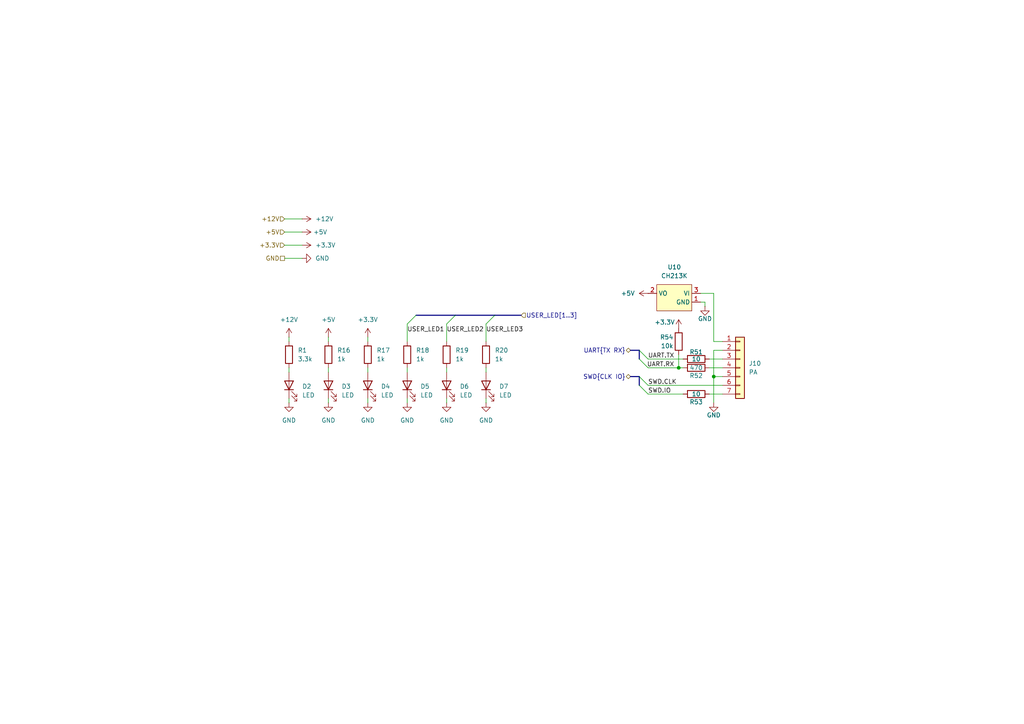
<source format=kicad_sch>
(kicad_sch (version 20250114) (generator "eeschema") (generator_version "9.0")
  (paper "A4")
  (lib_symbols
    (symbol "Connector_Generic:Conn_01x07" (pin_names (offset 1.016) (hide yes))
      (property "Reference" "J" (at 0 10.16 0))
      (property "Value" "Conn_01x07" (at 0 -10.16 0))
      (symbol "Conn_01x07_1_1"
        (rectangle (start -1.27 8.89) (end 1.27 -8.89) (stroke (width 0.254)) (fill (type background)))
        (rectangle (start -1.27 7.747) (end 0 7.493) (stroke (width 0.1524)))
        (rectangle (start -1.27 5.207) (end 0 4.953) (stroke (width 0.1524)))
        (rectangle (start -1.27 2.667) (end 0 2.413) (stroke (width 0.1524)))
        (rectangle (start -1.27 0.127) (end 0 -0.127) (stroke (width 0.1524)))
        (rectangle (start -1.27 -2.413) (end 0 -2.667) (stroke (width 0.1524)))
        (rectangle (start -1.27 -4.953) (end 0 -5.207) (stroke (width 0.1524)))
        (rectangle (start -1.27 -7.493) (end 0 -7.747) (stroke (width 0.1524)))
        (pin passive line (at -5.08 7.62 0) (length 3.81) (name "Pin_1") (number "1"))
        (pin passive line (at -5.08 5.08 0) (length 3.81) (name "Pin_2") (number "2"))
        (pin passive line (at -5.08 2.54 0) (length 3.81) (name "Pin_3") (number "3"))
        (pin passive line (at -5.08 0 0) (length 3.81) (name "Pin_4") (number "4"))
        (pin passive line (at -5.08 -2.54 0) (length 3.81) (name "Pin_5") (number "5"))
        (pin passive line (at -5.08 -5.08 0) (length 3.81) (name "Pin_6") (number "6"))
        (pin passive line (at -5.08 -7.62 0) (length 3.81) (name "Pin_7") (number "7"))
      )
    )
    (symbol "Device:LED" (pin_numbers (hide yes)) (pin_names (offset 1.016) (hide yes))
      (property "Reference" "D" (at 0 2.54 0))
      (property "Value" "LED" (at 0 -2.54 0))
      (symbol "LED_0_1"
        (polyline (pts (xy -3.048 -0.762) (xy -4.572 -2.286) (xy -3.81 -2.286) (xy -4.572 -2.286) (xy -4.572 -1.524)))
        (polyline (pts (xy -1.778 -0.762) (xy -3.302 -2.286) (xy -2.54 -2.286) (xy -3.302 -2.286) (xy -3.302 -1.524)))
        (polyline (pts (xy -1.27 0) (xy 1.27 0)))
        (polyline (pts (xy -1.27 -1.27) (xy -1.27 1.27)) (stroke (width 0.254)))
        (polyline (pts (xy 1.27 -1.27) (xy 1.27 1.27) (xy -1.27 0) (xy 1.27 -1.27)) (stroke (width 0.254)))
      )
      (symbol "LED_1_1"
        (pin passive line (at -3.81 0 0) (length 2.54) (name "K") (number "1"))
        (pin passive line (at 3.81 0 180) (length 2.54) (name "A") (number "2"))
      )
    )
    (symbol "Device:R" (pin_numbers (hide yes)) (pin_names (offset 0))
      (property "Reference" "R" (at 2.032 0 90))
      (property "Value" "R" (at 0 0 90))
      (symbol "R_0_1"
        (rectangle (start -1.016 -2.54) (end 1.016 2.54) (stroke (width 0.254)))
      )
      (symbol "R_1_1"
        (pin passive line (at 0 3.81 270) (length 1.27) (name "~") (number "1"))
        (pin passive line (at 0 -3.81 90) (length 1.27) (name "~") (number "2"))
      )
    )
    (symbol "mylib:CH213K"
      (property "Reference" "U" (at 0 7.112 0))
      (property "Value" "CH213K" (at 0 5.08 0))
      (symbol "CH213K_1_1"
        (rectangle (start -5.08 3.81) (end 5.08 -3.81) (fill (type background)))
        (pin power_in line (at -7.62 1.27 0) (length 2.54) (name "VI") (number "3"))
        (pin power_in line (at -7.62 -1.27 0) (length 2.54) (name "GND") (number "1"))
        (pin power_out line (at 7.62 1.27 180) (length 2.54) (name "VO") (number "2"))
      )
    )
    (symbol "power:+12V" (power) (pin_numbers (hide yes)) (pin_names (offset 0) (hide yes))
      (property "Value" "+12V" (at 0 3.556 0))
      (symbol "+12V_0_1"
        (polyline (pts (xy -0.762 1.27) (xy 0 2.54)))
        (polyline (pts (xy 0 2.54) (xy 0.762 1.27)))
        (polyline (pts (xy 0 0) (xy 0 2.54)))
      )
      (symbol "+12V_1_1"
        (pin power_in line (at 0 0 90) (length 0) (name "~") (number "1"))
      )
    )
    (symbol "power:+3.3V" (power) (pin_numbers (hide yes)) (pin_names (offset 0) (hide yes))
      (property "Value" "+3.3V" (at 0 3.556 0))
      (symbol "+3.3V_0_1"
        (polyline (pts (xy -0.762 1.27) (xy 0 2.54)))
        (polyline (pts (xy 0 2.54) (xy 0.762 1.27)))
        (polyline (pts (xy 0 0) (xy 0 2.54)))
      )
      (symbol "+3.3V_1_1"
        (pin power_in line (at 0 0 90) (length 0) (name "~") (number "1"))
      )
    )
    (symbol "power:+5V" (power) (pin_numbers (hide yes)) (pin_names (offset 0) (hide yes))
      (property "Value" "+5V" (at 0 3.556 0))
      (symbol "+5V_0_1"
        (polyline (pts (xy -0.762 1.27) (xy 0 2.54)))
        (polyline (pts (xy 0 2.54) (xy 0.762 1.27)))
        (polyline (pts (xy 0 0) (xy 0 2.54)))
      )
      (symbol "+5V_1_1"
        (pin power_in line (at 0 0 90) (length 0) (name "~") (number "1"))
      )
    )
    (symbol "power:GND" (power) (pin_numbers (hide yes)) (pin_names (offset 0) (hide yes))
      (property "Value" "GND" (at 0 -3.81 0))
      (symbol "GND_0_1"
        (polyline (pts (xy 0 0) (xy 0 -1.27) (xy 1.27 -1.27) (xy 0 -2.54) (xy -1.27 -1.27) (xy 0 -1.27)))
      )
      (symbol "GND_1_1"
        (pin power_in line (at 0 0 270) (length 0) (name "~") (number "1"))
      )
    )
  )
  (junction (at 196.85 106.68))
  (junction (at 207.01 109.22))
  (bus_entry (at 185.42 101.6) (size 2.54 2.54))
  (bus_entry (at 118.11 93.98) (size 2.54 -2.54))
  (bus_entry (at 185.42 111.76) (size 2.54 2.54))
  (bus_entry (at 140.97 93.98) (size 2.54 -2.54))
  (bus_entry (at 185.42 104.14) (size 2.54 2.54))
  (bus_entry (at 185.42 109.22) (size 2.54 2.54))
  (bus_entry (at 129.54 93.98) (size 2.54 -2.54))
  (wire (pts (xy 205.74 106.68) (xy 209.55 106.68)))
  (wire (pts (xy 196.85 106.68) (xy 187.96 106.68)))
  (wire (pts (xy 205.74 104.14) (xy 209.55 104.14)))
  (wire (pts (xy 82.55 63.5) (xy 87.63 63.5)))
  (wire (pts (xy 83.82 106.68) (xy 83.82 107.95)))
  (wire (pts (xy 205.74 114.3) (xy 209.55 114.3)))
  (wire (pts (xy 187.96 114.3) (xy 198.12 114.3)))
  (wire (pts (xy 187.96 111.76) (xy 209.55 111.76)))
  (wire (pts (xy 140.97 115.57) (xy 140.97 116.84)))
  (wire (pts (xy 129.54 106.68) (xy 129.54 107.95)))
  (wire (pts (xy 207.01 101.6) (xy 207.01 109.22)))
  (wire (pts (xy 95.25 97.79) (xy 95.25 99.06)))
  (wire (pts (xy 129.54 93.98) (xy 129.54 99.06)))
  (wire (pts (xy 198.12 106.68) (xy 196.85 106.68)))
  (wire (pts (xy 204.47 87.63) (xy 203.2 87.63)))
  (wire (pts (xy 118.11 115.57) (xy 118.11 116.84)))
  (wire (pts (xy 204.47 88.9) (xy 204.47 87.63)))
  (wire (pts (xy 82.55 74.93) (xy 87.63 74.93)))
  (wire (pts (xy 207.01 99.06) (xy 209.55 99.06)))
  (bus (pts (xy 182.88 109.22) (xy 185.42 109.22)))
  (wire (pts (xy 207.01 85.09) (xy 207.01 99.06)))
  (wire (pts (xy 140.97 106.68) (xy 140.97 107.95)))
  (wire (pts (xy 207.01 85.09) (xy 203.2 85.09)))
  (wire (pts (xy 95.25 106.68) (xy 95.25 107.95)))
  (bus (pts (xy 120.65 91.44) (xy 132.08 91.44)))
  (wire (pts (xy 198.12 104.14) (xy 187.96 104.14)))
  (bus (pts (xy 132.08 91.44) (xy 143.51 91.44)))
  (wire (pts (xy 207.01 109.22) (xy 209.55 109.22)))
  (wire (pts (xy 83.82 97.79) (xy 83.82 99.06)))
  (wire (pts (xy 207.01 101.6) (xy 209.55 101.6)))
  (wire (pts (xy 95.25 115.57) (xy 95.25 116.84)))
  (wire (pts (xy 207.01 109.22) (xy 207.01 116.84)))
  (wire (pts (xy 140.97 93.98) (xy 140.97 99.06)))
  (wire (pts (xy 106.68 115.57) (xy 106.68 116.84)))
  (bus (pts (xy 182.88 101.6) (xy 185.42 101.6)))
  (wire (pts (xy 82.55 71.12) (xy 87.63 71.12)))
  (bus (pts (xy 185.42 111.76) (xy 185.42 109.22)))
  (wire (pts (xy 129.54 115.57) (xy 129.54 116.84)))
  (wire (pts (xy 196.85 102.87) (xy 196.85 106.68)))
  (wire (pts (xy 83.82 115.57) (xy 83.82 116.84)))
  (bus (pts (xy 185.42 104.14) (xy 185.42 101.6)))
  (wire (pts (xy 118.11 106.68) (xy 118.11 107.95)))
  (wire (pts (xy 82.55 67.31) (xy 87.63 67.31)))
  (bus (pts (xy 143.51 91.44) (xy 151.13 91.44)))
  (wire (pts (xy 106.68 106.68) (xy 106.68 107.95)))
  (wire (pts (xy 118.11 93.98) (xy 118.11 99.06)))
  (wire (pts (xy 106.68 97.79) (xy 106.68 99.06)))
  (label "SWD.IO" (at 187.96 114.3 0))
  (label "UART.RX" (at 195.58 106.68 180))
  (label "USER_LED2" (at 129.54 96.52 0))
  (label "SWD.CLK" (at 187.96 111.76 0))
  (label "USER_LED1" (at 118.11 96.52 0))
  (label "USER_LED3" (at 140.97 96.52 0))
  (label "UART.TX" (at 195.58 104.14 180))
  (hierarchical_label "+12V" (shape input) (at 82.55 63.5 180))
  (hierarchical_label "GND" (shape passive) (at 82.55 74.93 180))
  (hierarchical_label "UART{TX RX}" (shape bidirectional) (at 182.88 101.6 180))
  (hierarchical_label "+5V" (shape input) (at 82.55 67.31 180))
  (hierarchical_label "+3.3V" (shape input) (at 82.55 71.12 180))
  (hierarchical_label "SWD{CLK IO}" (shape bidirectional) (at 182.88 109.22 180))
  (hierarchical_label "USER_LED[1..3]" (shape input) (at 151.13 91.44 0))
  (symbol (lib_id "Device:R") (at 95.25 102.87 0) (unit 1)
    (property "Reference" "R16" (at 97.79 101.5999 0) (effects (justify left)))
    (property "Value" "1k" (at 97.79 104.1399 0) (effects (justify left)))
    (property "Footprint" "Resistor_SMD:R_0402_1005Metric" (effects (hide yes)))
    (property "Description" "Resistor" (effects (hide yes)))
  )
  (symbol (lib_id "power:GND") (at 140.97 116.84 0) (unit 1)
    (property "Reference" "#PWR065" (effects (hide yes)))
    (property "Value" "GND" (at 140.97 121.92 0))
    (property "Description" "Power symbol creates a global label with name \"GND\" , ground" (effects (hide yes)))
  )
  (symbol (lib_id "power:GND") (at 106.68 116.84 0) (unit 1)
    (property "Reference" "#PWR09" (effects (hide yes)))
    (property "Value" "GND" (at 106.68 121.92 0))
    (property "Description" "Power symbol creates a global label with name \"GND\" , ground" (effects (hide yes)))
  )
  (symbol (lib_id "Device:LED") (at 129.54 111.76 90) (unit 1)
    (property "Reference" "D6" (at 133.35 112.0774 90) (effects (justify right)))
    (property "Value" "LED" (at 133.35 114.6174 90) (effects (justify right)))
    (property "Footprint" "LED_SMD:LED_0603_1608Metric_Pad1.05x0.95mm_HandSolder" (effects (hide yes)))
    (property "Description" "Light emitting diode" (effects (hide yes)))
    (property "Sim.Pins" "1=K 2=A" (effects (hide yes)))
  )
  (symbol (lib_id "power:+12V") (at 83.82 97.79 0) (unit 1)
    (property "Reference" "#PWR02" (effects (hide yes)))
    (property "Value" "+12V" (at 83.82 92.71 0))
    (property "Description" "Power symbol creates a global label with name \"+12V\"" (effects (hide yes)))
  )
  (symbol (lib_id "Device:LED") (at 95.25 111.76 90) (unit 1)
    (property "Reference" "D3" (at 99.06 112.0774 90) (effects (justify right)))
    (property "Value" "LED" (at 99.06 114.6174 90) (effects (justify right)))
    (property "Footprint" "LED_SMD:LED_0603_1608Metric_Pad1.05x0.95mm_HandSolder" (effects (hide yes)))
    (property "Description" "Light emitting diode" (effects (hide yes)))
    (property "Sim.Pins" "1=K 2=A" (effects (hide yes)))
  )
  (symbol (lib_id "power:+12V") (at 187.96 85.09 90) (mirror x) (unit 1)
    (property "Reference" "#PWR0142" (effects (hide yes)))
    (property "Value" "+5V" (at 184.15 85.0899 90) (effects (justify left)))
    (property "Description" "Power symbol creates a global label with name \"+12V\"" (effects (hide yes)))
  )
  (symbol (lib_id "power:GND") (at 207.01 116.84 0) (mirror y) (unit 1)
    (property "Reference" "#PWR0139" (effects (hide yes)))
    (property "Value" "GND" (at 207.01 120.396 0))
    (property "Description" "Power symbol creates a global label with name \"GND\" , ground" (effects (hide yes)))
  )
  (symbol (lib_id "power:+12V") (at 87.63 63.5 270) (unit 1)
    (property "Reference" "#PWR0143" (effects (hide yes)))
    (property "Value" "+12V" (at 91.44 63.4999 90) (effects (justify left)))
    (property "Description" "Power symbol creates a global label with name \"+12V\"" (effects (hide yes)))
  )
  (symbol (lib_id "power:+3.3V") (at 106.68 97.79 0) (unit 1)
    (property "Reference" "#PWR062" (effects (hide yes)))
    (property "Value" "+3.3V" (at 106.68 92.71 0))
    (property "Description" "Power symbol creates a global label with name \"+3.3V\"" (effects (hide yes)))
  )
  (symbol (lib_id "Device:R") (at 201.93 106.68 270) (mirror x) (unit 1)
    (property "Reference" "R52" (at 201.93 108.966 90))
    (property "Value" "470" (at 201.93 106.68 90))
    (property "Footprint" "Resistor_SMD:R_0402_1005Metric" (effects (hide yes)))
    (property "Description" "Resistor" (effects (hide yes)))
  )
  (symbol (lib_id "mylib:CH213K") (at 195.58 86.36 0) (mirror y) (unit 1)
    (property "Reference" "U10" (at 195.58 77.47 0))
    (property "Value" "CH213K" (at 195.58 80.01 0))
    (property "Footprint" "Package_TO_SOT_SMD:SOT-23-3" (effects (hide yes)))
  )
  (symbol (lib_id "power:+3.3V") (at 87.63 71.12 270) (unit 1)
    (property "Reference" "#PWR0145" (effects (hide yes)))
    (property "Value" "+3.3V" (at 91.44 71.1199 90) (effects (justify left)))
    (property "Description" "Power symbol creates a global label with name \"+3.3V\"" (effects (hide yes)))
  )
  (symbol (lib_id "Device:LED") (at 106.68 111.76 90) (unit 1)
    (property "Reference" "D4" (at 110.49 112.0774 90) (effects (justify right)))
    (property "Value" "LED" (at 110.49 114.6174 90) (effects (justify right)))
    (property "Footprint" "LED_SMD:LED_0603_1608Metric_Pad1.05x0.95mm_HandSolder" (effects (hide yes)))
    (property "Description" "Light emitting diode" (effects (hide yes)))
    (property "Sim.Pins" "1=K 2=A" (effects (hide yes)))
  )
  (symbol (lib_id "power:GND") (at 95.25 116.84 0) (unit 1)
    (property "Reference" "#PWR08" (effects (hide yes)))
    (property "Value" "GND" (at 95.25 121.92 0))
    (property "Description" "Power symbol creates a global label with name \"GND\" , ground" (effects (hide yes)))
  )
  (symbol (lib_id "Device:R") (at 118.11 102.87 0) (unit 1)
    (property "Reference" "R18" (at 120.65 101.5999 0) (effects (justify left)))
    (property "Value" "1k" (at 120.65 104.1399 0) (effects (justify left)))
    (property "Footprint" "Resistor_SMD:R_0402_1005Metric" (effects (hide yes)))
    (property "Description" "Resistor" (effects (hide yes)))
  )
  (symbol (lib_id "Device:R") (at 106.68 102.87 0) (unit 1)
    (property "Reference" "R17" (at 109.22 101.5999 0) (effects (justify left)))
    (property "Value" "1k" (at 109.22 104.1399 0) (effects (justify left)))
    (property "Footprint" "Resistor_SMD:R_0402_1005Metric" (effects (hide yes)))
    (property "Description" "Resistor" (effects (hide yes)))
  )
  (symbol (lib_id "power:+5V") (at 87.63 67.31 270) (unit 1)
    (property "Reference" "#PWR0144" (effects (hide yes)))
    (property "Value" "+5V" (at 90.8349 67.3099 90) (effects (justify left)))
    (property "Description" "Power symbol creates a global label with name \"+5V\"" (effects (hide yes)))
  )
  (symbol (lib_id "Device:R") (at 129.54 102.87 0) (unit 1)
    (property "Reference" "R19" (at 132.08 101.5999 0) (effects (justify left)))
    (property "Value" "1k" (at 132.08 104.1399 0) (effects (justify left)))
    (property "Footprint" "Resistor_SMD:R_0402_1005Metric" (effects (hide yes)))
    (property "Description" "Resistor" (effects (hide yes)))
  )
  (symbol (lib_id "Device:LED") (at 83.82 111.76 90) (unit 1)
    (property "Reference" "D2" (at 87.63 112.0774 90) (effects (justify right)))
    (property "Value" "LED" (at 87.63 114.6174 90) (effects (justify right)))
    (property "Footprint" "LED_SMD:LED_0603_1608Metric_Pad1.05x0.95mm_HandSolder" (effects (hide yes)))
    (property "Description" "Light emitting diode" (effects (hide yes)))
    (property "Sim.Pins" "1=K 2=A" (effects (hide yes)))
  )
  (symbol (lib_id "power:GND") (at 87.63 74.93 90) (unit 1)
    (property "Reference" "#PWR0146" (effects (hide yes)))
    (property "Value" "GND" (at 91.44 74.9299 90) (effects (justify right)))
    (property "Description" "Power symbol creates a global label with name \"GND\" , ground" (effects (hide yes)))
  )
  (symbol (lib_id "Device:R") (at 201.93 104.14 270) (mirror x) (unit 1)
    (property "Reference" "R51" (at 201.93 102.108 90))
    (property "Value" "10" (at 201.93 104.14 90))
    (property "Footprint" "Resistor_SMD:R_0402_1005Metric" (effects (hide yes)))
    (property "Description" "Resistor" (effects (hide yes)))
  )
  (symbol (lib_id "Device:R") (at 83.82 102.87 0) (unit 1)
    (property "Reference" "R1" (at 86.36 101.5999 0) (effects (justify left)))
    (property "Value" "3.3k" (at 86.36 104.1399 0) (effects (justify left)))
    (property "Footprint" "Resistor_SMD:R_0402_1005Metric" (effects (hide yes)))
    (property "Description" "Resistor" (effects (hide yes)))
  )
  (symbol (lib_id "power:GND") (at 83.82 116.84 0) (unit 1)
    (property "Reference" "#PWR01" (effects (hide yes)))
    (property "Value" "GND" (at 83.82 121.92 0))
    (property "Description" "Power symbol creates a global label with name \"GND\" , ground" (effects (hide yes)))
  )
  (symbol (lib_id "Device:R") (at 201.93 114.3 270) (mirror x) (unit 1)
    (property "Reference" "R53" (at 201.93 116.586 90))
    (property "Value" "10" (at 201.93 114.3 90))
    (property "Footprint" "Resistor_SMD:R_0402_1005Metric" (effects (hide yes)))
    (property "Description" "Resistor" (effects (hide yes)))
  )
  (symbol (lib_id "power:GND") (at 204.47 88.9 0) (mirror y) (unit 1)
    (property "Reference" "#PWR0140" (effects (hide yes)))
    (property "Value" "GND" (at 204.47 92.456 0))
    (property "Description" "Power symbol creates a global label with name \"GND\" , ground" (effects (hide yes)))
  )
  (symbol (lib_id "Device:R") (at 196.85 99.06 0) (mirror y) (unit 1)
    (property "Reference" "R54" (at 195.326 97.79 0) (effects (justify left)))
    (property "Value" "10k" (at 195.326 100.33 0) (effects (justify left)))
    (property "Footprint" "Resistor_SMD:R_0402_1005Metric" (effects (hide yes)))
    (property "Description" "Resistor" (effects (hide yes)))
  )
  (symbol (lib_id "Connector_Generic:Conn_01x07") (at 214.63 106.68 0) (unit 1)
    (property "Reference" "J10" (at 217.17 105.4099 0) (effects (justify left)))
    (property "Value" "PA" (at 217.17 107.9499 0) (effects (justify left)))
    (property "Footprint" "mylib:S07B-PASK-2" (effects (hide yes)))
    (property "Description" "Generic connector, single row, 01x07, script generated (kicad-library-utils/schlib/autogen/connector/)" (effects (hide yes)))
  )
  (symbol (lib_id "power:GND") (at 118.11 116.84 0) (unit 1)
    (property "Reference" "#PWR063" (effects (hide yes)))
    (property "Value" "GND" (at 118.11 121.92 0))
    (property "Description" "Power symbol creates a global label with name \"GND\" , ground" (effects (hide yes)))
  )
  (symbol (lib_id "power:+3.3V") (at 196.85 95.25 0) (mirror y) (unit 1)
    (property "Reference" "#PWR0141" (effects (hide yes)))
    (property "Value" "+3.3V" (at 192.786 93.472 0))
    (property "Description" "Power symbol creates a global label with name \"+3.3V\"" (effects (hide yes)))
  )
  (symbol (lib_id "Device:R") (at 140.97 102.87 0) (unit 1)
    (property "Reference" "R20" (at 143.51 101.5999 0) (effects (justify left)))
    (property "Value" "1k" (at 143.51 104.1399 0) (effects (justify left)))
    (property "Footprint" "Resistor_SMD:R_0402_1005Metric" (effects (hide yes)))
    (property "Description" "Resistor" (effects (hide yes)))
  )
  (symbol (lib_id "power:+5V") (at 95.25 97.79 0) (unit 1)
    (property "Reference" "#PWR061" (effects (hide yes)))
    (property "Value" "+5V" (at 95.25 92.71 0))
    (property "Description" "Power symbol creates a global label with name \"+5V\"" (effects (hide yes)))
  )
  (symbol (lib_id "power:GND") (at 129.54 116.84 0) (unit 1)
    (property "Reference" "#PWR064" (effects (hide yes)))
    (property "Value" "GND" (at 129.54 121.92 0))
    (property "Description" "Power symbol creates a global label with name \"GND\" , ground" (effects (hide yes)))
  )
  (symbol (lib_id "Device:LED") (at 140.97 111.76 90) (unit 1)
    (property "Reference" "D7" (at 144.78 112.0774 90) (effects (justify right)))
    (property "Value" "LED" (at 144.78 114.6174 90) (effects (justify right)))
    (property "Footprint" "LED_SMD:LED_0603_1608Metric_Pad1.05x0.95mm_HandSolder" (effects (hide yes)))
    (property "Description" "Light emitting diode" (effects (hide yes)))
    (property "Sim.Pins" "1=K 2=A" (effects (hide yes)))
  )
  (symbol (lib_id "Device:LED") (at 118.11 111.76 90) (unit 1)
    (property "Reference" "D5" (at 121.92 112.0774 90) (effects (justify right)))
    (property "Value" "LED" (at 121.92 114.6174 90) (effects (justify right)))
    (property "Footprint" "LED_SMD:LED_0603_1608Metric_Pad1.05x0.95mm_HandSolder" (effects (hide yes)))
    (property "Description" "Light emitting diode" (effects (hide yes)))
    (property "Sim.Pins" "1=K 2=A" (effects (hide yes)))
  )
)
</source>
